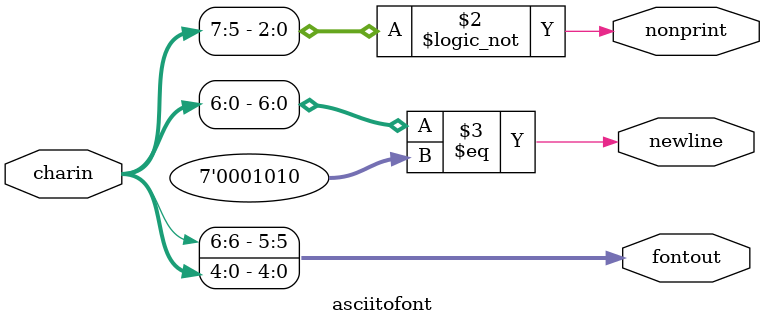
<source format=v>
`timescale 1ns / 1ps


module asciitofont (
    input wire [7:0] charin,
    output reg [5:0] fontout,
    output reg nonprint,
    output reg newline    
);

// careful, this module is asynchronous and thus glitches can propagate 
// to signals 'nonprint', 'newline', use generous delay
always @(*) begin
    // a little cheat of a remapping
    // 0x00 -> 0x00, 0x20 -> 0x00, 0x40 -> 0x20, 0x60 -> 0x20
    fontout = {charin[6], charin[4:0]};
    nonprint = charin[7:5] == 3'b000;
    newline = charin[6:0] == {3'b000, 4'ha};
end

endmodule

</source>
